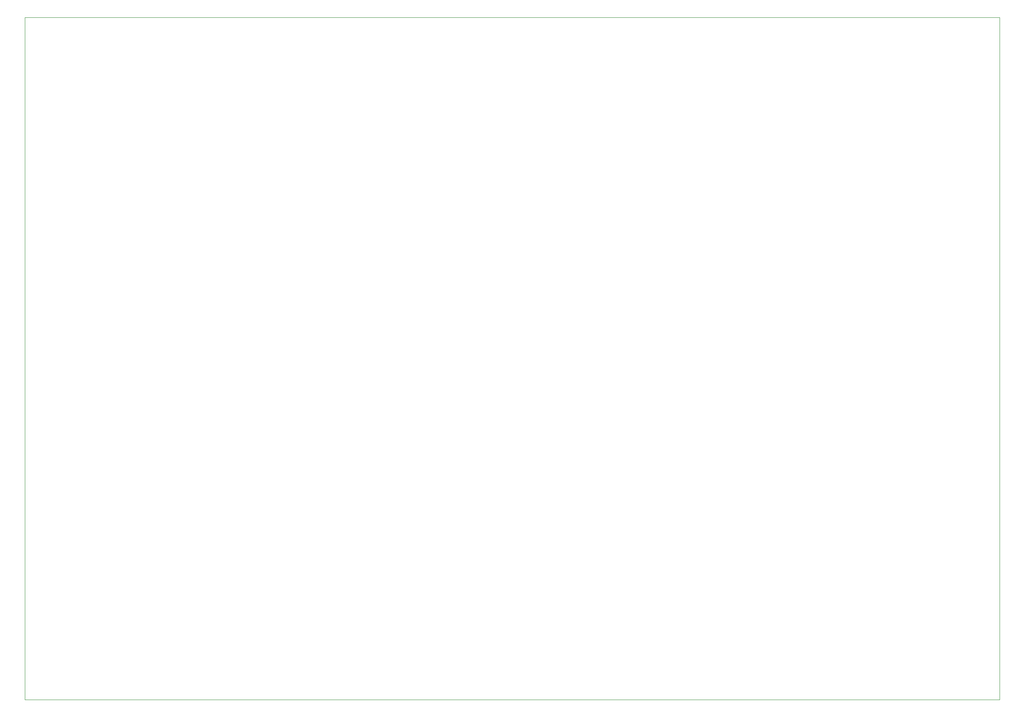
<source format=gbr>
%TF.GenerationSoftware,KiCad,Pcbnew,7.0.1*%
%TF.CreationDate,2023-04-13T18:21:33+09:00*%
%TF.ProjectId,motor_driver,6d6f746f-725f-4647-9269-7665722e6b69,rev?*%
%TF.SameCoordinates,Original*%
%TF.FileFunction,Profile,NP*%
%FSLAX46Y46*%
G04 Gerber Fmt 4.6, Leading zero omitted, Abs format (unit mm)*
G04 Created by KiCad (PCBNEW 7.0.1) date 2023-04-13 18:21:33*
%MOMM*%
%LPD*%
G01*
G04 APERTURE LIST*
%TA.AperFunction,Profile*%
%ADD10C,0.100000*%
%TD*%
G04 APERTURE END LIST*
D10*
X29210000Y-16510000D02*
X228600000Y-16510000D01*
X228600000Y-156210000D01*
X29210000Y-156210000D01*
X29210000Y-16510000D01*
M02*

</source>
